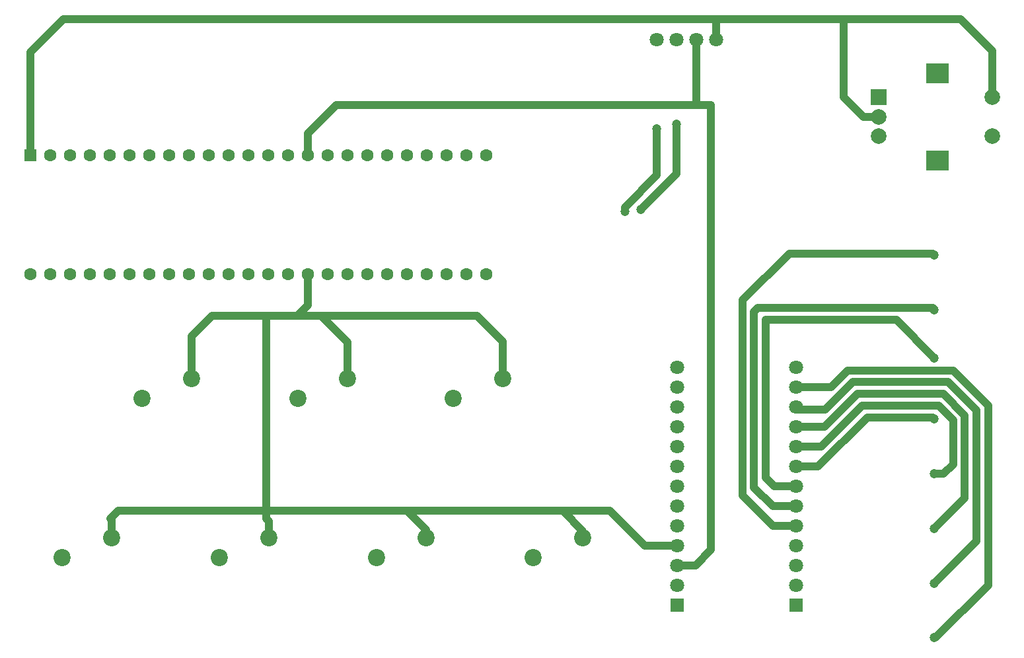
<source format=gbr>
%TF.GenerationSoftware,KiCad,Pcbnew,8.0.6*%
%TF.CreationDate,2024-11-07T12:50:36-05:00*%
%TF.ProjectId,minichord,6d696e69-6368-46f7-9264-2e6b69636164,rev?*%
%TF.SameCoordinates,Original*%
%TF.FileFunction,Copper,L2,Bot*%
%TF.FilePolarity,Positive*%
%FSLAX46Y46*%
G04 Gerber Fmt 4.6, Leading zero omitted, Abs format (unit mm)*
G04 Created by KiCad (PCBNEW 8.0.6) date 2024-11-07 12:50:36*
%MOMM*%
%LPD*%
G01*
G04 APERTURE LIST*
%TA.AperFunction,ComponentPad*%
%ADD10R,2.000000X2.000000*%
%TD*%
%TA.AperFunction,ComponentPad*%
%ADD11C,2.000000*%
%TD*%
%TA.AperFunction,ComponentPad*%
%ADD12R,3.000000X2.500000*%
%TD*%
%TA.AperFunction,ComponentPad*%
%ADD13C,1.800000*%
%TD*%
%TA.AperFunction,ComponentPad*%
%ADD14C,2.200000*%
%TD*%
%TA.AperFunction,ComponentPad*%
%ADD15R,1.800000X1.800000*%
%TD*%
%TA.AperFunction,ComponentPad*%
%ADD16R,1.600000X1.600000*%
%TD*%
%TA.AperFunction,ComponentPad*%
%ADD17C,1.600000*%
%TD*%
%TA.AperFunction,ViaPad*%
%ADD18C,1.200000*%
%TD*%
%TA.AperFunction,Conductor*%
%ADD19C,1.000000*%
%TD*%
G04 APERTURE END LIST*
D10*
%TO.P,SW8,A,A*%
%TO.N,ENCODER1*%
X172500000Y-52000000D03*
D11*
%TO.P,SW8,B,B*%
%TO.N,ENCODER2*%
X172500000Y-57000000D03*
%TO.P,SW8,C,C*%
%TO.N,GND*%
X172500000Y-54500000D03*
D12*
%TO.P,SW8,MP*%
%TO.N,N/C*%
X180000000Y-48900000D03*
X180000000Y-60100000D03*
D11*
%TO.P,SW8,S1,S1*%
%TO.N,GND*%
X187000000Y-52000000D03*
%TO.P,SW8,S2,S2*%
%TO.N,ENCODERBUTTON*%
X187000000Y-57000000D03*
%TD*%
D13*
%TO.P,Adafruit_SSD1306,1,SDA*%
%TO.N,SDA*%
X144014000Y-44616000D03*
%TO.P,Adafruit_SSD1306,2,SCL*%
%TO.N,SCL*%
X146554000Y-44616000D03*
%TO.P,Adafruit_SSD1306,3,VIN*%
%TO.N,+3.3V*%
X149094000Y-44616000D03*
%TO.P,Adafruit_SSD1306,4,GND*%
%TO.N,GND*%
X151634000Y-44616000D03*
%TD*%
D14*
%TO.P,SW7,1,1*%
%TO.N,GND*%
X84410000Y-88000000D03*
%TO.P,SW7,2,2*%
%TO.N,BUTTON7*%
X78060000Y-90540000D03*
%TD*%
%TO.P,SW6,1,1*%
%TO.N,GND*%
X104370000Y-88000000D03*
%TO.P,SW6,2,2*%
%TO.N,BUTTON6*%
X98020000Y-90540000D03*
%TD*%
%TO.P,SW5,1,1*%
%TO.N,GND*%
X124330000Y-88000000D03*
%TO.P,SW5,2,2*%
%TO.N,BUTTON5*%
X117980000Y-90540000D03*
%TD*%
%TO.P,SW3,1,1*%
%TO.N,GND*%
X94300000Y-108460000D03*
%TO.P,SW3,2,2*%
%TO.N,BUTTON3*%
X87950000Y-111000000D03*
%TD*%
%TO.P,SW4,1,1*%
%TO.N,GND*%
X74160000Y-108460000D03*
%TO.P,SW4,2,2*%
%TO.N,BUTTON4*%
X67810000Y-111000000D03*
%TD*%
%TO.P,SW1,1,1*%
%TO.N,GND*%
X134580000Y-108460000D03*
%TO.P,SW1,2,2*%
%TO.N,BUTTON1*%
X128230000Y-111000000D03*
%TD*%
%TO.P,SW2,1,1*%
%TO.N,GND*%
X114440000Y-108460000D03*
%TO.P,SW2,2,2*%
%TO.N,BUTTON2*%
X108090000Y-111000000D03*
%TD*%
D15*
%TO.P,adafruit1,1,SDA/MISO*%
%TO.N,SDA*%
X146620000Y-117100000D03*
D13*
%TO.P,adafruit1,2,SCK*%
%TO.N,SCL*%
X146620000Y-114560000D03*
%TO.P,adafruit1,3,VIN*%
%TO.N,+3.3V*%
X146620000Y-112020000D03*
%TO.P,adafruit1,4,GND*%
%TO.N,GND*%
X146620000Y-109480000D03*
%TO.P,adafruit1,5,LED1*%
%TO.N,unconnected-(adafruit1-LED1-Pad5)*%
X146620000Y-106940000D03*
%TO.P,adafruit1,6,LED2*%
%TO.N,unconnected-(adafruit1-LED2-Pad6)*%
X146620000Y-104400000D03*
%TO.P,adafruit1,7,LED3*%
%TO.N,unconnected-(adafruit1-LED3-Pad7)*%
X146620000Y-101860000D03*
%TO.P,adafruit1,8,LED4*%
%TO.N,unconnected-(adafruit1-LED4-Pad8)*%
X146620000Y-99320000D03*
%TO.P,adafruit1,9,LED5*%
%TO.N,unconnected-(adafruit1-LED5-Pad9)*%
X146620000Y-96780000D03*
%TO.P,adafruit1,10,LED6*%
%TO.N,unconnected-(adafruit1-LED6-Pad10)*%
X146620000Y-94240000D03*
%TO.P,adafruit1,11,LED7*%
%TO.N,unconnected-(adafruit1-LED7-Pad11)*%
X146620000Y-91700000D03*
%TO.P,adafruit1,12,LED8*%
%TO.N,unconnected-(adafruit1-LED8-Pad12)*%
X146620000Y-89160000D03*
%TO.P,adafruit1,13,IRQ*%
%TO.N,unconnected-(adafruit1-IRQ-Pad13)*%
X146620000Y-86620000D03*
D15*
%TO.P,adafruit1,14,MOSI*%
%TO.N,unconnected-(adafruit1-MOSI-Pad14)*%
X161860000Y-117100000D03*
D13*
%TO.P,adafruit1,15,CS*%
%TO.N,unconnected-(adafruit1-CS-Pad15)*%
X161860000Y-114560000D03*
%TO.P,adafruit1,16,RESET*%
%TO.N,CAP RESET*%
X161860000Y-112020000D03*
%TO.P,adafruit1,17,3VA*%
%TO.N,unconnected-(adafruit1-3VA-Pad17)*%
X161860000Y-109480000D03*
%TO.P,adafruit1,18,C1*%
%TO.N,TRACK1*%
X161860000Y-106940000D03*
%TO.P,adafruit1,19,C2*%
%TO.N,TRACK2*%
X161860000Y-104400000D03*
%TO.P,adafruit1,20,C3*%
%TO.N,TRACK3*%
X161860000Y-101860000D03*
%TO.P,adafruit1,21,C4*%
%TO.N,TRACK4*%
X161860000Y-99320000D03*
%TO.P,adafruit1,22,C5*%
%TO.N,TRACK5*%
X161860000Y-96780000D03*
%TO.P,adafruit1,23,C6*%
%TO.N,TRACK6*%
X161860000Y-94240000D03*
%TO.P,adafruit1,24,C7*%
%TO.N,TRACK7*%
X161860000Y-91700000D03*
%TO.P,adafruit1,25,C8*%
%TO.N,TRACK8*%
X161860000Y-89160000D03*
%TO.P,adafruit1,26,AD*%
%TO.N,unconnected-(adafruit1-AD-Pad26)*%
X161860000Y-86620000D03*
%TD*%
D16*
%TO.P,U1,1,GND*%
%TO.N,GND*%
X63790000Y-59380000D03*
D17*
%TO.P,U1,2,0_RX1_CRX2_CS1*%
%TO.N,unconnected-(U1-0_RX1_CRX2_CS1-Pad2)*%
X66330000Y-59380000D03*
%TO.P,U1,3,1_TX1_CTX2_MISO1*%
%TO.N,unconnected-(U1-1_TX1_CTX2_MISO1-Pad3)*%
X68870000Y-59380000D03*
%TO.P,U1,4,2_OUT2*%
%TO.N,unconnected-(U1-2_OUT2-Pad4)*%
X71410000Y-59380000D03*
%TO.P,U1,5,3_LRCLK2*%
%TO.N,unconnected-(U1-3_LRCLK2-Pad5)*%
X73950000Y-59380000D03*
%TO.P,U1,6,4_BCLK2*%
%TO.N,unconnected-(U1-4_BCLK2-Pad6)*%
X76490000Y-59380000D03*
%TO.P,U1,7,5_IN2*%
%TO.N,unconnected-(U1-5_IN2-Pad7)*%
X79030000Y-59380000D03*
%TO.P,U1,8,6_OUT1D*%
%TO.N,unconnected-(U1-6_OUT1D-Pad8)*%
X81570000Y-59380000D03*
%TO.P,U1,9,7_RX2_OUT1A*%
%TO.N,unconnected-(U1-7_RX2_OUT1A-Pad9)*%
X84110000Y-59380000D03*
%TO.P,U1,10,8_TX2_IN1*%
%TO.N,unconnected-(U1-8_TX2_IN1-Pad10)*%
X86650000Y-59380000D03*
%TO.P,U1,11,9_OUT1C*%
%TO.N,unconnected-(U1-9_OUT1C-Pad11)*%
X89190000Y-59380000D03*
%TO.P,U1,12,10_CS_MQSR*%
%TO.N,unconnected-(U1-10_CS_MQSR-Pad12)*%
X91730000Y-59380000D03*
%TO.P,U1,13,11_MOSI_CTX1*%
%TO.N,unconnected-(U1-11_MOSI_CTX1-Pad13)*%
X94270000Y-59380000D03*
%TO.P,U1,14,12_MISO_MQSL*%
%TO.N,unconnected-(U1-12_MISO_MQSL-Pad14)*%
X96810000Y-59380000D03*
%TO.P,U1,15,3V3*%
%TO.N,+3.3V*%
X99350000Y-59380000D03*
%TO.P,U1,16,24_A10_TX6_SCL2*%
%TO.N,ENCODER1*%
X101890000Y-59380000D03*
%TO.P,U1,17,25_A11_RX6_SDA2*%
%TO.N,ENCODER2*%
X104430000Y-59380000D03*
%TO.P,U1,18,26_A12_MOSI1*%
%TO.N,ENCODERBUTTON*%
X106970000Y-59380000D03*
%TO.P,U1,19,27_A13_SCK1*%
%TO.N,unconnected-(U1-27_A13_SCK1-Pad19)*%
X109510000Y-59380000D03*
%TO.P,U1,20,28_RX7*%
%TO.N,unconnected-(U1-28_RX7-Pad20)*%
X112050000Y-59380000D03*
%TO.P,U1,21,29_TX7*%
%TO.N,unconnected-(U1-29_TX7-Pad21)*%
X114590000Y-59380000D03*
%TO.P,U1,22,30_CRX3*%
%TO.N,unconnected-(U1-30_CRX3-Pad22)*%
X117130000Y-59380000D03*
%TO.P,U1,23,31_CTX3*%
%TO.N,unconnected-(U1-31_CTX3-Pad23)*%
X119670000Y-59380000D03*
%TO.P,U1,24,32_OUT1B*%
%TO.N,unconnected-(U1-32_OUT1B-Pad24)*%
X122210000Y-59380000D03*
%TO.P,U1,25,33_MCLK2*%
%TO.N,BUTTON1*%
X122210000Y-74620000D03*
%TO.P,U1,26,34_RX8*%
%TO.N,BUTTON2*%
X119670000Y-74620000D03*
%TO.P,U1,27,35_TX8*%
%TO.N,BUTTON3*%
X117130000Y-74620000D03*
%TO.P,U1,28,36_CS*%
%TO.N,BUTTON4*%
X114590000Y-74620000D03*
%TO.P,U1,29,37_CS*%
%TO.N,BUTTON5*%
X112050000Y-74620000D03*
%TO.P,U1,30,38_A14_CS1_IN1*%
%TO.N,BUTTON6*%
X109510000Y-74620000D03*
%TO.P,U1,31,39_A15_MISO1_OUT1A*%
%TO.N,BUTTON7*%
X106970000Y-74620000D03*
%TO.P,U1,32,40_A16*%
%TO.N,unconnected-(U1-40_A16-Pad32)*%
X104430000Y-74620000D03*
%TO.P,U1,33,41_A17*%
%TO.N,unconnected-(U1-41_A17-Pad33)*%
X101890000Y-74620000D03*
%TO.P,U1,34,GND*%
%TO.N,GND*%
X99350000Y-74620000D03*
%TO.P,U1,35,13_SCK_LED*%
%TO.N,unconnected-(U1-13_SCK_LED-Pad35)*%
X96810000Y-74620000D03*
%TO.P,U1,36,14_A0_TX3_SPDIF_OUT*%
%TO.N,unconnected-(U1-14_A0_TX3_SPDIF_OUT-Pad36)*%
X94270000Y-74620000D03*
%TO.P,U1,37,15_A1_RX3_SPDIF_IN*%
%TO.N,unconnected-(U1-15_A1_RX3_SPDIF_IN-Pad37)*%
X91730000Y-74620000D03*
%TO.P,U1,38,16_A2_RX4_SCL1*%
%TO.N,unconnected-(U1-16_A2_RX4_SCL1-Pad38)*%
X89190000Y-74620000D03*
%TO.P,U1,39,17_A3_TX4_SDA1*%
%TO.N,unconnected-(U1-17_A3_TX4_SDA1-Pad39)*%
X86650000Y-74620000D03*
%TO.P,U1,40,18_A4_SDA*%
%TO.N,SDA*%
X84110000Y-74620000D03*
%TO.P,U1,41,19_A5_SCL*%
%TO.N,SCL*%
X81570000Y-74620000D03*
%TO.P,U1,42,20_A6_TX5_LRCLK1*%
%TO.N,unconnected-(U1-20_A6_TX5_LRCLK1-Pad42)*%
X79030000Y-74620000D03*
%TO.P,U1,43,21_A7_RX5_BCLK1*%
%TO.N,unconnected-(U1-21_A7_RX5_BCLK1-Pad43)*%
X76490000Y-74620000D03*
%TO.P,U1,44,22_A8_CTX1*%
%TO.N,unconnected-(U1-22_A8_CTX1-Pad44)*%
X73950000Y-74620000D03*
%TO.P,U1,45,23_A9_CRX1_MCLK1*%
%TO.N,unconnected-(U1-23_A9_CRX1_MCLK1-Pad45)*%
X71410000Y-74620000D03*
%TO.P,U1,46,3V3*%
%TO.N,+3.3V*%
X68870000Y-74620000D03*
%TO.P,U1,47,GND*%
%TO.N,unconnected-(U1-GND-Pad47)*%
X66330000Y-74620000D03*
%TO.P,U1,48,VIN*%
%TO.N,unconnected-(U1-VIN-Pad48)*%
X63790000Y-74620000D03*
%TD*%
D18*
%TO.N,SCL*%
X142000000Y-66378680D03*
%TO.N,SDA*%
X139929289Y-66600000D03*
%TO.N,SCL*%
X146554000Y-55446000D03*
%TO.N,SDA*%
X144000000Y-56000000D03*
%TO.N,TRACK5*%
X179620000Y-100240000D03*
%TO.N,TRACK1*%
X179620000Y-72240000D03*
%TO.N,TRACK4*%
X179620000Y-93240000D03*
%TO.N,TRACK2*%
X179620000Y-79240000D03*
%TO.N,TRACK6*%
X179620000Y-107240000D03*
%TO.N,TRACK8*%
X179620000Y-121240000D03*
%TO.N,TRACK7*%
X179620000Y-114240000D03*
%TO.N,TRACK3*%
X179620000Y-85400000D03*
%TD*%
D19*
%TO.N,+3.3V*%
X146620000Y-112020000D02*
X148730000Y-112020000D01*
%TO.N,SCL*%
X146554000Y-55446000D02*
X146554000Y-61824680D01*
X146554000Y-61824680D02*
X142000000Y-66378680D01*
%TO.N,SDA*%
X144000000Y-56000000D02*
X144000000Y-62000000D01*
X144000000Y-62000000D02*
X139929289Y-66070711D01*
X139929289Y-66070711D02*
X139929289Y-66600000D01*
%TO.N,+3.3V*%
X103000000Y-53000000D02*
X149000000Y-53000000D01*
X149094000Y-52906000D02*
X149000000Y-53000000D01*
X149000000Y-53000000D02*
X151000000Y-53000000D01*
X149094000Y-44616000D02*
X149094000Y-52906000D01*
X99350000Y-56650000D02*
X103000000Y-53000000D01*
X151000000Y-53000000D02*
X151000000Y-110000000D01*
X151000000Y-110000000D02*
X148980000Y-112020000D01*
X99350000Y-59380000D02*
X99350000Y-56650000D01*
%TO.N,GND*%
X147000000Y-42000000D02*
X152000000Y-42000000D01*
X152000000Y-42000000D02*
X168000000Y-42000000D01*
X151634000Y-42366000D02*
X152000000Y-42000000D01*
X151634000Y-44616000D02*
X151634000Y-42366000D01*
X121000000Y-80000000D02*
X113000000Y-80000000D01*
X94000000Y-106000000D02*
X94300000Y-106300000D01*
X187000000Y-46000000D02*
X187000000Y-52000000D01*
X132000000Y-105000000D02*
X134580000Y-107580000D01*
X99350000Y-74620000D02*
X99350000Y-78650000D01*
X172500000Y-54500000D02*
X170500000Y-54500000D01*
X98000000Y-80000000D02*
X94000000Y-80000000D01*
X94000000Y-105000000D02*
X94000000Y-106000000D01*
X124330000Y-88000000D02*
X124330000Y-83330000D01*
X104370000Y-83370000D02*
X101000000Y-80000000D01*
X104370000Y-88000000D02*
X104370000Y-83370000D01*
X94000000Y-105000000D02*
X112000000Y-105000000D01*
X74160000Y-106160000D02*
X74160000Y-108460000D01*
X134580000Y-107580000D02*
X134580000Y-108460000D01*
X142480000Y-109480000D02*
X146620000Y-109480000D01*
X63790000Y-59380000D02*
X63790000Y-46210000D01*
X124330000Y-83330000D02*
X121000000Y-80000000D01*
X138000000Y-105000000D02*
X142480000Y-109480000D01*
X99350000Y-78650000D02*
X98000000Y-80000000D01*
X84410000Y-82590000D02*
X84410000Y-88000000D01*
X87000000Y-80000000D02*
X84410000Y-82590000D01*
X101000000Y-80000000D02*
X98000000Y-80000000D01*
X168000000Y-42000000D02*
X183000000Y-42000000D01*
X112000000Y-105000000D02*
X114440000Y-107440000D01*
X94000000Y-105000000D02*
X75000000Y-105000000D01*
X68000000Y-42000000D02*
X147000000Y-42000000D01*
X114440000Y-107440000D02*
X114440000Y-108460000D01*
X168000000Y-52000000D02*
X168000000Y-42000000D01*
X94300000Y-106300000D02*
X94300000Y-108460000D01*
X170500000Y-54500000D02*
X168000000Y-52000000D01*
X74000000Y-106000000D02*
X74160000Y-106160000D01*
X132000000Y-105000000D02*
X138000000Y-105000000D01*
X75000000Y-105000000D02*
X74000000Y-106000000D01*
X112000000Y-105000000D02*
X132000000Y-105000000D01*
X113000000Y-80000000D02*
X101000000Y-80000000D01*
X94000000Y-80000000D02*
X87000000Y-80000000D01*
X63790000Y-46210000D02*
X68000000Y-42000000D01*
X183000000Y-42000000D02*
X187000000Y-46000000D01*
X94000000Y-80000000D02*
X94000000Y-105000000D01*
%TO.N,TRACK5*%
X180760000Y-100240000D02*
X179620000Y-100240000D01*
X182000000Y-99000000D02*
X180760000Y-100240000D01*
X165098680Y-96780000D02*
X170378680Y-91500000D01*
X170378680Y-91500000D02*
X180142742Y-91500000D01*
X161860000Y-96780000D02*
X165098680Y-96780000D01*
X182000000Y-93357258D02*
X182000000Y-99000000D01*
X180142742Y-91500000D02*
X182000000Y-93357258D01*
%TO.N,TRACK1*%
X161000000Y-72000000D02*
X179380000Y-72000000D01*
X161860000Y-106940000D02*
X158940000Y-106940000D01*
X158940000Y-106940000D02*
X155000000Y-103000000D01*
X155000000Y-78000000D02*
X161000000Y-72000000D01*
X179380000Y-72000000D02*
X179620000Y-72240000D01*
X155000000Y-103000000D02*
X155000000Y-78000000D01*
%TO.N,TRACK4*%
X171000000Y-93000000D02*
X179380000Y-93000000D01*
X179380000Y-93000000D02*
X179620000Y-93240000D01*
X161860000Y-99320000D02*
X164680000Y-99320000D01*
X164680000Y-99320000D02*
X171000000Y-93000000D01*
%TO.N,TRACK2*%
X158900000Y-104400000D02*
X156500000Y-102000000D01*
X179380000Y-79000000D02*
X179620000Y-79240000D01*
X156500000Y-102000000D02*
X156500000Y-79500000D01*
X157000000Y-79000000D02*
X179380000Y-79000000D01*
X161860000Y-104400000D02*
X158900000Y-104400000D01*
X156500000Y-79500000D02*
X157000000Y-79000000D01*
%TO.N,TRACK6*%
X161860000Y-94240000D02*
X165517360Y-94240000D01*
X165517360Y-94240000D02*
X169757360Y-90000000D01*
X169757360Y-90000000D02*
X180764062Y-90000000D01*
X183500000Y-92735938D02*
X183500000Y-103360000D01*
X183500000Y-103360000D02*
X179620000Y-107240000D01*
X180764062Y-90000000D02*
X183500000Y-92735938D01*
%TO.N,TRACK8*%
X186500000Y-114500000D02*
X179760000Y-121240000D01*
X168514720Y-87000000D02*
X182006702Y-87000000D01*
X186500000Y-91493298D02*
X186500000Y-114500000D01*
X166354720Y-89160000D02*
X168514720Y-87000000D01*
X182006702Y-87000000D02*
X186500000Y-91493298D01*
X161860000Y-89160000D02*
X166354720Y-89160000D01*
X179760000Y-121240000D02*
X179620000Y-121240000D01*
%TO.N,TRACK7*%
X185000000Y-108860000D02*
X179620000Y-114240000D01*
X169136040Y-88500000D02*
X181385382Y-88500000D01*
X185000000Y-92114618D02*
X185000000Y-108860000D01*
X165636040Y-92000000D02*
X169136040Y-88500000D01*
X181385382Y-88500000D02*
X185000000Y-92114618D01*
X162160000Y-92000000D02*
X165636040Y-92000000D01*
X161860000Y-91700000D02*
X162160000Y-92000000D01*
%TO.N,TRACK3*%
X159110000Y-101860000D02*
X158000000Y-100750000D01*
X158000000Y-100750000D02*
X158000000Y-80500000D01*
X158000000Y-80500000D02*
X174720000Y-80500000D01*
X161860000Y-101860000D02*
X159110000Y-101860000D01*
X174720000Y-80500000D02*
X179620000Y-85400000D01*
%TD*%
M02*

</source>
